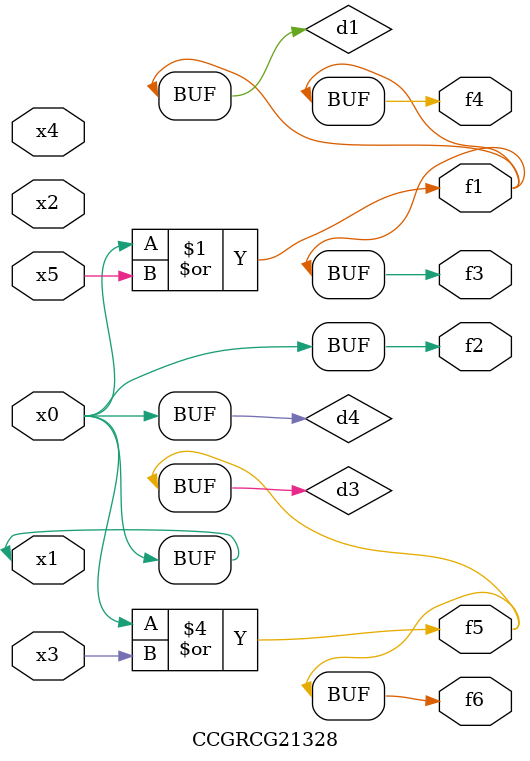
<source format=v>
module CCGRCG21328(
	input x0, x1, x2, x3, x4, x5,
	output f1, f2, f3, f4, f5, f6
);

	wire d1, d2, d3, d4;

	or (d1, x0, x5);
	xnor (d2, x1, x4);
	or (d3, x0, x3);
	buf (d4, x0, x1);
	assign f1 = d1;
	assign f2 = d4;
	assign f3 = d1;
	assign f4 = d1;
	assign f5 = d3;
	assign f6 = d3;
endmodule

</source>
